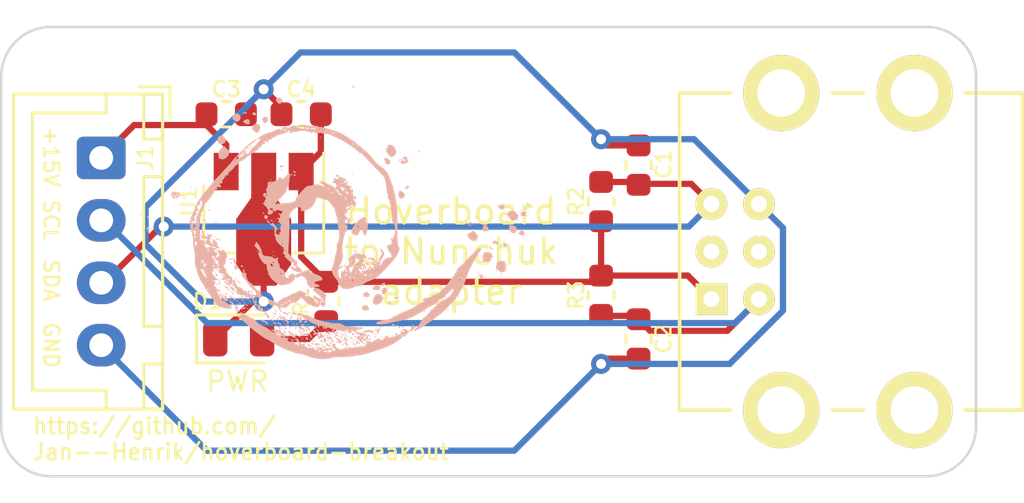
<source format=kicad_pcb>
(kicad_pcb (version 20171130) (host pcbnew "(5.1.12)-1")
  (layers (0 F.Cu signal) (31 B.Cu signal) (34 B.Paste user hide) (35 F.Paste user hide) (36 B.SilkS user hide) (37 F.SilkS user hide) (38 B.Mask user hide) (39 F.Mask user hide) (44 Edge.Cuts user))
  (net 0 "")
  (net 1 VCC)
  (net 2 "Net-(P1-Pad3)")
  (net 3 "Net-(P1-Pad4)")
  (net 4 SDA)
  (net 5 GND)
  (net 6 SCL)
  (net 7 VDD)
  (net 8 "Net-(D1-Pad2)")
  (module Capacitor_SMD:C_0603_1608Metric (layer F.Cu) (at 121.5 103.5 90)
    (fp_text reference C2 (at 0.000001 1 90) (layer F.SilkS) (effects (font (size 0.6 0.6) (thickness 0.1))))
    (fp_text value 10p)
    (pad 2 smd roundrect (at 0.7875 0 90) (size 0.875 0.95) (layers F.Cu F.Paste F.Mask) (net 6 SCL))
    (pad 1 smd roundrect (at -0.7875 0 90) (size 0.875 0.95) (layers F.Cu F.Paste F.Mask) (net 5 GND))
  )
  (module Capacitor_SMD:C_0603_1608Metric (layer F.Cu) (at 121.5 96.5375 90)
    (fp_text reference C1 (at 0.037501 1 90) (layer F.SilkS) (effects (font (size 0.6 0.6) (thickness 0.1))))
    (fp_text value 10p)
    (pad 1 smd roundrect (at -0.7875 0 90) (size 0.875 0.95) (layers F.Cu F.Paste F.Mask) (net 4 SDA))
    (pad 2 smd roundrect (at 0.7875 0 90) (size 0.875 0.95) (layers F.Cu F.Paste F.Mask) (net 5 GND))
  )
  (module Connector_JST:JST_XH_B04B-XH-A_1x04_P2.50mm_Vertical (layer F.Cu) (at 100 96.25 270)
    (fp_text reference J1 (at 0 -1.75 270) (layer F.SilkS) (effects (font (size 0.6 0.6) (thickness 0.1))))
    (fp_text value Conn_01x04)
    (pad 1 thru_hole roundrect (at 0 0 270) (size 1.7 1.95) (drill 0.95) (layers *.Cu *.Mask) (roundrect_rratio 0.147059) (net 7 VDD))
    (pad 2 thru_hole oval (at 2.5 0 270) (size 1.7 1.95) (drill 0.95) (layers *.Cu *.Mask) (net 6 SCL))
    (pad 3 thru_hole oval (at 5 0 270) (size 1.7 1.95) (drill 0.95) (layers *.Cu *.Mask) (net 4 SDA))
    (pad 4 thru_hole oval (at 7.5 0 270) (size 1.7 1.95) (drill 0.95) (layers *.Cu *.Mask) (net 5 GND))
  )
  (module LED_SMD:LED_0805_2012Metric (layer F.Cu) (at 105.5 103.5)
    (fp_text reference D1 (at -1.25 -1.5) (layer F.SilkS) (effects (font (size 0.6 0.6) (thickness 0.1))))
    (fp_text value LED)
    (pad 1 smd roundrect (at -0.9375 0) (size 0.975 1.4) (layers F.Cu F.Paste F.Mask) (net 5 GND))
    (pad 2 smd roundrect (at 0.9375 0) (size 0.975 1.4) (layers F.Cu F.Paste F.Mask) (net 8 "Net-(D1-Pad2)"))
  )
  (module Resistor_SMD:R_0603_1608Metric (layer F.Cu) (at 120 98 90)
    (fp_text reference R2 (at 0 -1 90) (layer F.SilkS) (effects (font (size 0.6 0.6) (thickness 0.1))))
    (fp_text value 3k3)
    (pad 2 smd roundrect (at 0.7875 0 90) (size 0.875 0.95) (layers F.Cu F.Paste F.Mask) (net 4 SDA))
    (pad 1 smd roundrect (at -0.7875 0 90) (size 0.875 0.95) (layers F.Cu F.Paste F.Mask) (net 1 VCC))
  )
  (module Resistor_SMD:R_0603_1608Metric (layer F.Cu) (at 109 102 90)
    (fp_text reference R1 (at 0 -1 90) (layer F.SilkS) (effects (font (size 0.6 0.6) (thickness 0.1))))
    (fp_text value 220Ohm)
    (pad 1 smd roundrect (at -0.7875 0 90) (size 0.875 0.95) (layers F.Cu F.Paste F.Mask) (net 8 "Net-(D1-Pad2)"))
    (pad 2 smd roundrect (at 0.7875 0 90) (size 0.875 0.95) (layers F.Cu F.Paste F.Mask) (net 1 VCC))
  )
  (module Package_TO_SOT_SMD:SOT-89-3 (layer F.Cu) (at 106.5 98.2762 270)
    (fp_text reference U1 (at -0.2762 3 90) (layer F.SilkS) (effects (font (size 0.6 0.6) (thickness 0.1))))
    (fp_text value L78L33_SOT89)
    (pad 2 smd trapezoid (at 2.667 0 180) (size 1.6 0.85) (rect_delta 0 0.6) (layers F.Cu F.Paste F.Mask) (net 5 GND))
    (pad 1 smd rect (at -1.48 -1.5 180) (size 1 1.5) (layers F.Cu F.Paste F.Mask) (net 1 VCC))
    (pad 2 smd rect (at -1.3335 0 180) (size 1 1.8) (layers F.Cu F.Paste F.Mask) (net 5 GND))
    (pad 3 smd rect (at -1.48 1.5 180) (size 1 1.5) (layers F.Cu F.Paste F.Mask) (net 7 VDD))
    (pad 2 smd rect (at 1.3335 0 180) (size 2.2 1.84) (layers F.Cu F.Paste F.Mask) (net 5 GND))
    (pad 2 smd trapezoid (at -0.0762 0) (size 1.5 1) (rect_delta 0 0.7) (layers F.Cu F.Paste F.Mask) (net 5 GND))
  )
  (module MountingHole:MountingHole_4.3mm_M4 (layer F.Cu) (at 115 105.5)
    (fp_text reference H2 hide)
    (fp_text value MountingHole)
    (pad 1 np_thru_hole circle (at 0 0) (size 4.3 4.3) (drill 4.3) (layers *.Cu *.Mask))
  )
  (module MountingHole:MountingHole_4.3mm_M4 (layer F.Cu) (at 115 94.5)
    (fp_text reference H1 hide)
    (fp_text value MountingHole)
    (pad 1 np_thru_hole circle (at 0 0) (size 4.3 4.3) (drill 4.3) (layers *.Cu *.Mask))
  )
  (module Capacitor_SMD:C_0603_1608Metric (layer F.Cu) (at 108 94.5 180)
    (fp_text reference C4 (at 0 1 180) (layer F.SilkS) (effects (font (size 0.6 0.6) (thickness 0.1))))
    (fp_text value 1uF)
    (pad 2 smd roundrect (at 0.7875 0 180) (size 0.875 0.95) (layers F.Cu F.Paste F.Mask) (net 5 GND))
    (pad 1 smd roundrect (at -0.7875 0 180) (size 0.875 0.95) (layers F.Cu F.Paste F.Mask) (net 1 VCC))
  )
  (module Capacitor_SMD:C_0603_1608Metric (layer F.Cu) (at 105 94.5)
    (fp_text reference C3 (at 0 -1) (layer F.SilkS) (effects (font (size 0.6 0.6) (thickness 0.1))))
    (fp_text value 1uF)
    (pad 1 smd roundrect (at -0.7875 0) (size 0.875 0.95) (layers F.Cu F.Paste F.Mask) (net 7 VDD))
    (pad 2 smd roundrect (at 0.7875 0) (size 0.875 0.95) (layers F.Cu F.Paste F.Mask) (net 5 GND))
  )
  (module Resistor_SMD:R_0603_1608Metric (layer F.Cu) (at 120 101.75 270)
    (fp_text reference R3 (at 0 1 90) (layer F.SilkS) (effects (font (size 0.6 0.6) (thickness 0.1))))
    (fp_text value 3k3)
    (pad 1 smd roundrect (at -0.7875 0 270) (size 0.875 0.95) (layers F.Cu F.Paste F.Mask) (net 1 VCC))
    (pad 2 smd roundrect (at 0.7875 0 270) (size 0.875 0.95) (layers F.Cu F.Paste F.Mask) (net 6 SCL))
  )
  (module otter:CONN_WII (layer F.Cu) (at 130 100 270)
    (fp_text reference P1 hide)
    (fp_text value CONN_WII hide)
    (pad 1 thru_hole rect (at 1.905 5.588 270) (size 1.27 1.27) (drill 0.635) (layers *.Cu *.Mask F.SilkS) (net 1 VCC))
    (pad 2 thru_hole circle (at 1.905 3.683 270) (size 1.27 1.27) (drill 0.635) (layers *.Cu *.Mask F.SilkS) (net 6 SCL))
    (pad 3 thru_hole circle (at 0 5.588 270) (size 1.27 1.27) (drill 0.635) (layers *.Cu *.Mask F.SilkS) (net 2 "Net-(P1-Pad3)"))
    (pad 4 thru_hole circle (at 0 3.683 270) (size 1.27 1.27) (drill 0.635) (layers *.Cu *.Mask F.SilkS) (net 3 "Net-(P1-Pad4)"))
    (pad 5 thru_hole circle (at -1.905 5.588 270) (size 1.27 1.27) (drill 0.635) (layers *.Cu *.Mask F.SilkS) (net 4 SDA))
    (pad 6 thru_hole circle (at -1.905 3.683 270) (size 1.27 1.27) (drill 0.635) (layers *.Cu *.Mask F.SilkS) (net 5 GND))
    (pad "" thru_hole circle (at 6.35 2.794 270) (size 3.048 3.048) (drill 1.905) (layers *.Cu *.Mask F.SilkS))
    (pad "" thru_hole circle (at -6.35 -2.54 270) (size 3.048 3.048) (drill 1.905) (layers *.Cu *.Mask F.SilkS))
    (pad "" thru_hole circle (at 6.35 -2.54 270) (size 3.048 3.048) (drill 1.905) (layers *.Cu *.Mask F.SilkS))
    (pad "" thru_hole circle (at -6.35 2.794 270) (size 3.048 3.048) (drill 1.905) (layers *.Cu *.Mask F.SilkS))
  )
  (module otter:otterimage_crop_13 (layer B.Cu) (at 109.5 98.75 135)
    (fp_text reference G*** hide)
    (fp_text value LOGO hide)
  )
  (gr_text "https://github.com/\nJan--Henrik/hoverboard-breakout" (at 97.2 107.5) (layer F.SilkS) (effects (font (size 0.65 0.62) (thickness 0.11)) (justify left)))
  (gr_text "Hoverboard\nto Nunchuk\nadapter" (at 114 100) (layer F.SilkS) (effects (font (size 1 1))))
  (gr_text GND (at 98 103.75 270) (layer F.SilkS) (effects (font (size 0.6 0.6) (thickness 0.1))))
  (gr_text SDA (at 98 101.15 270) (layer F.SilkS) (effects (font (size 0.6 0.6) (thickness 0.1))))
  (gr_text SCL (at 98 98.75 270) (layer F.SilkS) (effects (font (size 0.6 0.6) (thickness 0.1))))
  (gr_text +15V (at 98 96.2 270) (layer F.SilkS) (effects (font (size 0.6 0.6) (thickness 0.1))))
  (gr_text PWR (at 105.45 105.2) (layer F.SilkS) (effects (font (size 0.8 0.8) (thickness 0.1))))
  (gr_arc (start 133 93) (end 135 93) (angle -90) (layer Edge.Cuts) (width 0.1))
  (gr_arc (start 133 107) (end 133 109) (angle -90) (layer Edge.Cuts) (width 0.1))
  (gr_arc (start 98 107) (end 96 107) (angle -90) (layer Edge.Cuts) (width 0.1))
  (gr_arc (start 98 93) (end 98 91) (angle -90) (layer Edge.Cuts) (width 0.1))
  (gr_line (start 135 107) (end 135 93) (layer Edge.Cuts) (width 0.1))
  (gr_line (start 98 109) (end 133 109) (layer Edge.Cuts) (width 0.1))
  (gr_line (start 96 93) (end 96 107) (layer Edge.Cuts) (width 0.1))
  (gr_line (start 133 91) (end 98 91) (layer Edge.Cuts) (width 0.1))
  (segment (start 109 101.212) (end 119.75 101.212) (width 0.25) (layer F.Cu) (net 1))
  (segment (start 119.75 101.212) (end 119.9998 100.9622) (width 0.25) (layer F.Cu) (net 1))
  (segment (start 108 96.7962) (end 108 100.212) (width 0.25) (layer F.Cu) (net 1))
  (segment (start 108 100.212) (end 109 101.212) (width 0.25) (layer F.Cu) (net 1))
  (segment (start 109 101.2125) (end 109 101.212) (width 0.25) (layer F.Cu) (net 1))
  (segment (start 119.9998 100.9622) (end 120 100.962) (width 0.25) (layer F.Cu) (net 1))
  (segment (start 120 100.9625) (end 119.9998 100.9623) (width 0.25) (layer F.Cu) (net 1))
  (segment (start 119.9998 100.9623) (end 119.9998 100.9622) (width 0.25) (layer F.Cu) (net 1))
  (segment (start 108.788 95.2543) (end 108.7875 95.2538) (width 0.25) (layer F.Cu) (net 1))
  (segment (start 108.7875 95.2538) (end 108.7875 94.5) (width 0.25) (layer F.Cu) (net 1))
  (segment (start 108.788 95.2543) (end 108.788 96.0087) (width 0.25) (layer F.Cu) (net 1))
  (segment (start 108.788 96.0087) (end 108 96.7962) (width 0.25) (layer F.Cu) (net 1))
  (segment (start 108.788 94.5) (end 108.788 95.2543) (width 0.25) (layer F.Cu) (net 1))
  (segment (start 120 100.962) (end 123.47 100.962) (width 0.25) (layer F.Cu) (net 1))
  (segment (start 123.47 100.962) (end 124.412 101.905) (width 0.25) (layer F.Cu) (net 1))
  (segment (start 120 100.962) (end 120 98.7875) (width 0.25) (layer F.Cu) (net 1))
  (segment (start 121.5 97.2875) (end 121.5 97.325) (width 0.25) (layer F.Cu) (net 4))
  (segment (start 121.5 97.2875) (end 123.604 97.2875) (width 0.25) (layer F.Cu) (net 4))
  (segment (start 123.604 97.2875) (end 124.412 98.095) (width 0.25) (layer F.Cu) (net 4))
  (segment (start 120 97.2125) (end 121.425 97.2125) (width 0.25) (layer F.Cu) (net 4))
  (segment (start 121.425 97.2125) (end 121.5 97.2875) (width 0.25) (layer F.Cu) (net 4))
  (segment (start 102.5 99) (end 123.507 99) (width 0.25) (layer B.Cu) (net 4))
  (segment (start 123.507 99) (end 124.412 98.095) (width 0.25) (layer B.Cu) (net 4))
  (segment (start 100 101.25) (end 100.125 101.25) (width 0.25) (layer F.Cu) (net 4))
  (segment (start 100.125 101.25) (end 102.375 99) (width 0.25) (layer F.Cu) (net 4))
  (segment (start 102.375 99) (end 102.5 99) (width 0.25) (layer F.Cu) (net 4))
  (via (at 102.5 99) (size 0.8) (layers F.Cu B.Cu) (net 4))
  (segment (start 121.4995 104.288) (end 121.5 104.2875) (width 0.25) (layer F.Cu) (net 5))
  (segment (start 121.4995 104.288) (end 120.212 104.288) (width 0.25) (layer F.Cu) (net 5))
  (segment (start 120.212 104.288) (end 120 104.5) (width 0.25) (layer F.Cu) (net 5))
  (segment (start 121.5 104.288) (end 121.4995 104.288) (width 0.25) (layer F.Cu) (net 5))
  (segment (start 107.212 94.3562) (end 107.2125 94.3567) (width 0.25) (layer F.Cu) (net 5))
  (segment (start 107.2125 94.3567) (end 107.2125 94.5) (width 0.25) (layer F.Cu) (net 5))
  (segment (start 107.212 94.3562) (end 107.212 94.2125) (width 0.25) (layer F.Cu) (net 5))
  (segment (start 107.212 94.2125) (end 106.5 93.5) (width 0.25) (layer F.Cu) (net 5))
  (segment (start 107.212 94.5) (end 107.212 94.3562) (width 0.25) (layer F.Cu) (net 5))
  (segment (start 104.5623 103.4997) (end 106.062 102) (width 0.25) (layer F.Cu) (net 5))
  (segment (start 106.062 102) (end 106.5 102) (width 0.25) (layer F.Cu) (net 5))
  (segment (start 104.562 103.5) (end 104.5623 103.4997) (width 0.25) (layer F.Cu) (net 5))
  (segment (start 104.5625 103.5) (end 104.5623 103.4998) (width 0.25) (layer F.Cu) (net 5))
  (segment (start 104.5623 103.4998) (end 104.5623 103.4997) (width 0.25) (layer F.Cu) (net 5))
  (segment (start 105.788 94.3562) (end 105.7875 94.3567) (width 0.25) (layer F.Cu) (net 5))
  (segment (start 105.7875 94.3567) (end 105.7875 94.5) (width 0.25) (layer F.Cu) (net 5))
  (segment (start 105.788 94.3562) (end 105.788 94.2125) (width 0.25) (layer F.Cu) (net 5))
  (segment (start 105.788 94.2125) (end 106.5 93.5) (width 0.25) (layer F.Cu) (net 5))
  (segment (start 105.788 94.5) (end 105.788 94.3562) (width 0.25) (layer F.Cu) (net 5))
  (segment (start 106.5 98.2) (end 106.5 99.6097) (width 0.25) (layer F.Cu) (net 5))
  (segment (start 106.5 96.9427) (end 106.5 98.2) (width 0.25) (layer F.Cu) (net 5))
  (segment (start 106.5 100.9432) (end 106.5 102) (width 0.25) (layer F.Cu) (net 5))
  (segment (start 106.5 99.6097) (end 106.5 100.9432) (width 0.25) (layer F.Cu) (net 5))
  (segment (start 120 104.5) (end 125.143 104.5) (width 0.25) (layer B.Cu) (net 5))
  (segment (start 125.143 104.5) (end 127.277 102.366) (width 0.25) (layer B.Cu) (net 5))
  (segment (start 127.277 102.366) (end 127.277 99.055) (width 0.25) (layer B.Cu) (net 5))
  (segment (start 127.277 99.055) (end 126.317 98.095) (width 0.25) (layer B.Cu) (net 5))
  (segment (start 126.317 98.095) (end 123.722 95.5) (width 0.25) (layer B.Cu) (net 5))
  (segment (start 123.722 95.5) (end 120 95.5) (width 0.25) (layer B.Cu) (net 5))
  (segment (start 106.5 102) (end 104.063 102) (width 0.25) (layer B.Cu) (net 5))
  (segment (start 104.063 102) (end 101.775 99.7117) (width 0.25) (layer B.Cu) (net 5))
  (segment (start 101.775 99.7117) (end 101.775 98.225) (width 0.25) (layer B.Cu) (net 5))
  (segment (start 101.775 98.225) (end 106.5 93.5) (width 0.25) (layer B.Cu) (net 5))
  (segment (start 100 103.75) (end 104.225 107.975) (width 0.25) (layer B.Cu) (net 5))
  (segment (start 104.225 107.975) (end 116.525 107.975) (width 0.25) (layer B.Cu) (net 5))
  (segment (start 116.525 107.975) (end 120 104.5) (width 0.25) (layer B.Cu) (net 5))
  (segment (start 120 95.5) (end 116.525 92.025) (width 0.25) (layer B.Cu) (net 5))
  (segment (start 116.525 92.025) (end 107.975 92.025) (width 0.25) (layer B.Cu) (net 5))
  (segment (start 107.975 92.025) (end 106.5 93.5) (width 0.25) (layer B.Cu) (net 5))
  (segment (start 121.5 95.75) (end 120.25 95.75) (width 0.25) (layer F.Cu) (net 5))
  (segment (start 120.25 95.75) (end 120 95.5) (width 0.25) (layer F.Cu) (net 5))
  (via (at 106.5 93.5) (size 0.8) (layers F.Cu B.Cu) (net 5))
  (via (at 120 95.5) (size 0.8) (layers F.Cu B.Cu) (net 5))
  (via (at 120 104.5) (size 0.8) (layers F.Cu B.Cu) (net 5))
  (via (at 106.5 102) (size 0.8) (layers F.Cu B.Cu) (net 5))
  (segment (start 120 102.5375) (end 120 102.575) (width 0.25) (layer F.Cu) (net 6))
  (segment (start 121.6625 102.8745) (end 121.662 102.8745) (width 0.25) (layer F.Cu) (net 6))
  (segment (start 121.662 102.8745) (end 121.5 102.7125) (width 0.25) (layer F.Cu) (net 6))
  (segment (start 121.6625 102.8745) (end 121.363 102.575) (width 0.25) (layer F.Cu) (net 6))
  (segment (start 121.363 102.575) (end 120 102.575) (width 0.25) (layer F.Cu) (net 6))
  (segment (start 126.317 101.905) (end 125.048 103.174) (width 0.25) (layer F.Cu) (net 6))
  (segment (start 125.048 103.174) (end 121.962 103.174) (width 0.25) (layer F.Cu) (net 6))
  (segment (start 121.962 103.174) (end 121.6625 102.8745) (width 0.25) (layer F.Cu) (net 6))
  (segment (start 100 98.75) (end 100.125 98.75) (width 0.25) (layer B.Cu) (net 6))
  (segment (start 100.125 98.75) (end 104.24 102.865) (width 0.25) (layer B.Cu) (net 6))
  (segment (start 104.24 102.865) (end 125.357 102.865) (width 0.25) (layer B.Cu) (net 6))
  (segment (start 125.357 102.865) (end 126.317 101.905) (width 0.25) (layer B.Cu) (net 6))
  (segment (start 104.2125 94.9336) (end 104.2125 94.5) (width 0.25) (layer F.Cu) (net 7))
  (segment (start 105 95.7211) (end 104.2125 94.9336) (width 0.25) (layer F.Cu) (net 7))
  (segment (start 100 96.25) (end 101.3164 94.9336) (width 0.25) (layer F.Cu) (net 7))
  (segment (start 101.3164 94.9336) (end 104.2125 94.9336) (width 0.25) (layer F.Cu) (net 7))
  (segment (start 105 96.7962) (end 105 95.7211) (width 0.25) (layer F.Cu) (net 7))
  (segment (start 109 102.788) (end 109 102.7875) (width 0.25) (layer F.Cu) (net 8))
  (segment (start 107.212 103.5) (end 108.288 103.5) (width 0.25) (layer F.Cu) (net 8))
  (segment (start 108.288 103.5) (end 109 102.788) (width 0.25) (layer F.Cu) (net 8))
  (segment (start 106.438 103.5) (end 106.4375 103.5) (width 0.25) (layer F.Cu) (net 8))
  (segment (start 106.438 103.5) (end 107 103.5) (width 0.25) (layer F.Cu) (net 8))
  (segment (start 107 103.5) (end 107.212 103.5) (width 0.25) (layer F.Cu) (net 8))
  (segment (start 107 103.5) (end 107.212 103.5) (width 0.25) (layer F.Cu) (net 8))
)
</source>
